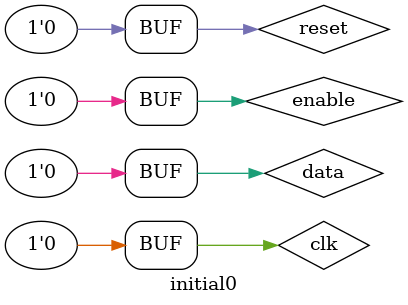
<source format=v>
module initial0();
   reg clk,reset,enable,data;

   initial begin
      clk = 0;
      reset = 0;
      enable = 0;
      data = 0;
   end

endmodule

</source>
